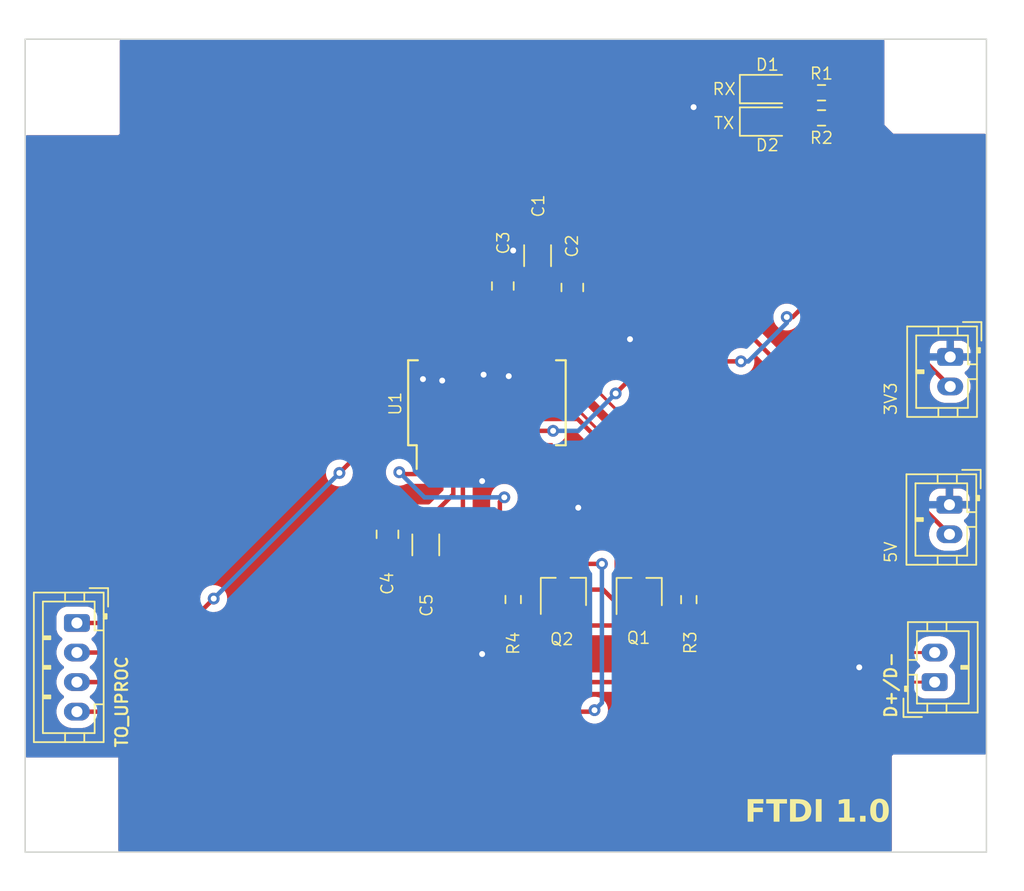
<source format=kicad_pcb>
(kicad_pcb (version 20240108) (generator "pcbnew") (generator_version "8.0")
  (layers (0 "F.Cu" signal) (31 "B.Cu" signal) (34 "B.Paste" user) (35 "F.Paste" user) (36 "B.SilkS" user "B.Silkscreen") (37 "F.SilkS" user "F.Silkscreen") (38 "B.Mask" user) (39 "F.Mask" user) (44 "Edge.Cuts" user))
  (net 0 "")
  (net 1 "GND")
  (net 2 "3V3")
  (net 3 "5V")
  (net 4 "Net-(U1-3V3OUT)")
  (net 8 "Net-(D1-A)")
  (net 11 "Net-(D2-A)")
  (net 15 "Net-(Q1-B)")
  (net 16 "Net-(Q2-B)")
  (net 19 "USBD+")
  (net 20 "USBD-")
  (net 21 "RX")
  (net 22 "TX")
  (net 23 "ENABLE")
  (net 24 "BOOT")
  (net 25 "CBUS1")
  (net 26 "CBUS0")
  (net 27 "DTR")
  (net 28 "RTS")
  (footprint "Package_TO_SOT_SMD:TSOT-23" (layer "F.Cu") (at 122.2767 100.8925 90)
    (property "Reference" "Q2" (at -3.202102 -0.089616 0) (layer "F.SilkS") (effects (font (size 0.8 0.8) (thickness 0.1))))
    (property "Value" "2N3055")
    (fp_line (start 0.93 -1.51) (end -1.5 -1.51) (stroke (width 0.12)) (layer "F.SilkS"))
    (fp_line (start 0.95 -1.5) (end 0.95 -0.5) (stroke (width 0.12)) (layer "F.SilkS"))
    (fp_line (start 0.95 0.5) (end 0.95 1.55) (stroke (width 0.12)) (layer "F.SilkS"))
    (fp_line (start 0.95 1.55) (end -0.9 1.55) (stroke (width 0.12)) (layer "F.SilkS"))
    (pad "1" smd rect (at -1.31 -0.95 90) (size 1.22 0.65) (layers "F.Cu" "F.Paste" "F.Mask") (net 16 "Net-(Q2-B)"))
    (pad "2" smd rect (at -1.31 0.95 90) (size 1.22 0.65) (layers "F.Cu" "F.Paste" "F.Mask") (net 27 "DTR"))
    (pad "3" smd rect (at 1.31 0 90) (size 1.22 0.65) (layers "F.Cu" "F.Paste" "F.Mask") (net 24 "BOOT"))
  )
  (footprint "MountingHole:MountingHole_3.2mm_M3" (layer "F.Cu") (at 88.4 66 90)
    (property "Reference" "H1" (hide yes))
    (property "Value" "MountingHole")
    (pad "" np_thru_hole circle (at 0 0 90) (size 3.2 3.2) (drill 3.2) (layers "*.Cu" "*.Mask"))
  )
  (footprint "Capacitor_SMD:C_0805_2012Metric_Pad1.18x1.45mm_HandSolder" (layer "F.Cu") (at 110.4 97 -90)
    (property "Reference" "C4" (at 3.322102 0.014578 90) (layer "F.SilkS") (effects (font (size 0.8 0.8) (thickness 0.1))))
    (property "Value" "0.1U")
    (fp_line (start -0.261252 0.735) (end 0.261252 0.735) (stroke (width 0.12)) (layer "F.SilkS"))
    (fp_line (start -0.261252 -0.735) (end 0.261252 -0.735) (stroke (width 0.12)) (layer "F.SilkS"))
    (pad "1" smd roundrect (at -1.0375 0 270) (size 1.175 1.45) (layers "F.Cu" "F.Paste" "F.Mask") (roundrect_rratio 0.2127659574) (net 2 "3V3"))
    (pad "2" smd roundrect (at 1.0375 0 270) (size 1.175 1.45) (layers "F.Cu" "F.Paste" "F.Mask") (roundrect_rratio 0.2127659574) (net 1 "GND"))
  )
  (footprint "MountingHole:MountingHole_3.2mm_M3" (layer "F.Cu") (at 88.4 116 90)
    (property "Reference" "H3" (hide yes))
    (property "Value" "MountingHole")
    (pad "" np_thru_hole circle (at 0 0 90) (size 3.2 3.2) (drill 3.2) (layers "*.Cu" "*.Mask"))
  )
  (footprint "MountingHole:MountingHole_3.2mm_M3" (layer "F.Cu") (at 148.4 66 90)
    (property "Reference" "H2" (hide yes))
    (property "Value" "MountingHole")
    (pad "" np_thru_hole circle (at 0 0 90) (size 3.2 3.2) (drill 3.2) (layers "*.Cu" "*.Mask"))
  )
  (footprint "LED_SMD:LED_0805_2012Metric_Pad1.15x1.40mm_HandSolder" (layer "F.Cu") (at 136.0862 69.0775)
    (property "Reference" "D2" (at 0 1.6 0) (layer "F.SilkS") (effects (font (size 0.8 0.8) (thickness 0.1))))
    (property "Value" "YELLOW")
    (fp_line (start -1.86 -0.96) (end -1.86 0.96) (stroke (width 0.12)) (layer "F.SilkS"))
    (fp_line (start -1.86 0.96) (end 1 0.96) (stroke (width 0.12)) (layer "F.SilkS"))
    (fp_line (start 1 -0.96) (end -1.86 -0.96) (stroke (width 0.12)) (layer "F.SilkS"))
    (pad "1" smd roundrect (at -1.025 0) (size 1.15 1.4) (layers "F.Cu" "F.Paste" "F.Mask") (roundrect_rratio 0.2173913043) (net 25 "CBUS1"))
    (pad "2" smd roundrect (at 1.025 0) (size 1.15 1.4) (layers "F.Cu" "F.Paste" "F.Mask") (roundrect_rratio 0.2173913043) (net 11 "Net-(D2-A)"))
  )
  (footprint "Resistor_SMD:R_0603_1608Metric_Pad0.98x0.95mm_HandSolder" (layer "F.Cu") (at 118.9 101.4125 90)
    (property "Reference" "R4" (at -2.962102 0.01 90) (layer "F.SilkS") (effects (font (size 0.8 0.8) (thickness 0.1))))
    (property "Value" "10K")
    (fp_line (start -0.254724 -0.5225) (end 0.254724 -0.5225) (stroke (width 0.12)) (layer "F.SilkS"))
    (fp_line (start -0.254724 0.5225) (end 0.254724 0.5225) (stroke (width 0.12)) (layer "F.SilkS"))
    (pad "1" smd roundrect (at -0.9125 0 90) (size 0.975 0.95) (layers "F.Cu" "F.Paste" "F.Mask") (net 27 "DTR"))
    (pad "2" smd roundrect (at 0.9125 0 90) (size 0.975 0.95) (layers "F.Cu" "F.Paste" "F.Mask") (net 15 "Net-(Q1-B)"))
  )
  (footprint "Capacitor_SMD:C_1206_3216Metric_Pad1.33x1.80mm_HandSolder" (layer "F.Cu") (at 112.9896 97.7154 -90)
    (property "Reference" "C5" (at 4.089336 -0.05 90) (layer "F.SilkS") (effects (font (size 0.8 0.8) (thickness 0.1))))
    (property "Value" "10U")
    (fp_line (start -0.711252 0.91) (end 0.711252 0.91) (stroke (width 0.12)) (layer "F.SilkS"))
    (fp_line (start -0.711252 -0.91) (end 0.711252 -0.91) (stroke (width 0.12)) (layer "F.SilkS"))
    (pad "1" smd roundrect (at -1.5625 0 270) (size 1.325 1.8) (layers "F.Cu" "F.Paste" "F.Mask") (roundrect_rratio 0.1886792453) (net 2 "3V3"))
    (pad "2" smd roundrect (at 1.5625 0 270) (size 1.325 1.8) (layers "F.Cu" "F.Paste" "F.Mask") (roundrect_rratio 0.1886792453) (net 1 "GND"))
  )
  (footprint "Resistor_SMD:R_0603_1608Metric_Pad0.98x0.95mm_HandSolder" (layer "F.Cu") (at 139.7487 68.8275 180)
    (property "Reference" "R2" (at 0 -1.35 0) (layer "F.SilkS") (effects (font (size 0.8 0.8) (thickness 0.1))))
    (property "Value" "430R")
    (fp_line (start -0.254724 0.5225) (end 0.254724 0.5225) (stroke (width 0.12)) (layer "F.SilkS"))
    (fp_line (start -0.254724 -0.5225) (end 0.254724 -0.5225) (stroke (width 0.12)) (layer "F.SilkS"))
    (pad "1" smd roundrect (at -0.9125 0 180) (size 0.975 0.95) (layers "F.Cu" "F.Paste" "F.Mask") (net 2 "3V3"))
    (pad "2" smd roundrect (at 0.9125 0 180) (size 0.975 0.95) (layers "F.Cu" "F.Paste" "F.Mask") (net 11 "Net-(D2-A)"))
  )
  (footprint "Resistor_SMD:R_0603_1608Metric_Pad0.98x0.95mm_HandSolder" (layer "F.Cu") (at 130.7767 101.42 -90)
    (property "Reference" "R3" (at 2.912102 -0.1 90) (layer "F.SilkS") (effects (font (size 0.8 0.8) (thickness 0.1))))
    (property "Value" "10K")
    (fp_line (start -0.254724 0.5225) (end 0.254724 0.5225) (stroke (width 0.12)) (layer "F.SilkS"))
    (fp_line (start -0.254724 -0.5225) (end 0.254724 -0.5225) (stroke (width 0.12)) (layer "F.SilkS"))
    (pad "1" smd roundrect (at -0.9125 0 270) (size 0.975 0.95) (layers "F.Cu" "F.Paste" "F.Mask") (net 28 "RTS"))
    (pad "2" smd roundrect (at 0.9125 0 270) (size 0.975 0.95) (layers "F.Cu" "F.Paste" "F.Mask") (net 16 "Net-(Q2-B)"))
  )
  (footprint "Connector_JST:JST_PH_B2B-PH-K_1x02_P2.00mm_Vertical" (layer "F.Cu") (at 147.4 107 90)
    (property "Reference" "J2" (hide yes))
    (property "Value" "Conn_01x02_Pin")
    (fp_line (start -1.11 -2.11) (end -2.36 -2.11) (stroke (width 0.12)) (layer "F.SilkS"))
    (fp_line (start -2.36 -2.11) (end -2.36 -0.86) (stroke (width 0.12)) (layer "F.SilkS"))
    (fp_line (start -0.3 -2.01) (end -0.6 -2.01) (stroke (width 0.12)) (layer "F.SilkS"))
    (fp_line (start -0.6 -2.01) (end -0.6 -1.81) (stroke (width 0.12)) (layer "F.SilkS"))
    (fp_line (start -0.3 -1.91) (end -0.6 -1.91) (stroke (width 0.12)) (layer "F.SilkS"))
    (fp_line (start 4.06 -1.81) (end -2.06 -1.81) (stroke (width 0.12)) (layer "F.SilkS"))
    (fp_line (start 0.5 -1.81) (end 0.5 -1.2) (stroke (width 0.12)) (layer "F.SilkS"))
    (fp_line (start -0.3 -1.81) (end -0.3 -2.01) (stroke (width 0.12)) (layer "F.SilkS"))
    (fp_line (start -2.06 -1.81) (end -2.06 2.91) (stroke (width 0.12)) (layer "F.SilkS"))
    (fp_line (start 3.45 -1.2) (end 1.5 -1.2) (stroke (width 0.12)) (layer "F.SilkS"))
    (fp_line (start 1.5 -1.2) (end 1.5 -1.81) (stroke (width 0.12)) (layer "F.SilkS"))
    (fp_line (start 0.5 -1.2) (end -1.45 -1.2) (stroke (width 0.12)) (layer "F.SilkS"))
    (fp_line (start -1.45 -1.2) (end -1.45 2.3) (stroke (width 0.12)) (layer "F.SilkS"))
    (fp_line (start 4.06 -0.5) (end 3.45 -0.5) (stroke (width 0.12)) (layer "F.SilkS"))
    (fp_line (start -2.06 -0.5) (end -1.45 -0.5) (stroke (width 0.12)) (layer "F.SilkS"))
    (fp_line (start 4.06 0.8) (end 3.45 0.8) (stroke (width 0.12)) (layer "F.SilkS"))
    (fp_line (start -2.06 0.8) (end -1.45 0.8) (stroke (width 0.12)) (layer "F.SilkS"))
    (fp_line (start 1.1 1.8) (end 1.1 2.3) (stroke (width 0.12)) (layer "F.SilkS"))
    (fp_line (start 0.9 1.8) (end 1.1 1.8) (stroke (width 0.12)) (layer "F.SilkS"))
    (fp_line (start 3.45 2.3) (end 3.45 -1.2) (stroke (width 0.12)) (layer "F.SilkS"))
    (fp_line (start 1 2.3) (end 1 1.8) (stroke (width 0.12)) (layer "F.SilkS"))
    (fp_line (start 0.9 2.3) (end 0.9 1.8) (stroke (width 0.12)) (layer "F.SilkS"))
    (fp_line (start -1.45 2.3) (end 3.45 2.3) (stroke (width 0.12)) (layer "F.SilkS"))
    (fp_line (start 4.06 2.91) (end 4.06 -1.81) (stroke (width 0.12)) (layer "F.SilkS"))
    (fp_line (start -2.06 2.91) (end 4.06 2.91) (stroke (width 0.12)) (layer "F.SilkS"))
    (pad "1" thru_hole roundrect (at 0 0 90) (size 1.2 1.75) (drill 0.75) (layers "*.Cu" "*.Mask") (roundrect_rratio 0.208333) (net 20 "USBD-"))
    (pad "2" thru_hole oval (at 2 0 90) (size 1.2 1.75) (drill 0.75) (layers "*.Cu" "*.Mask") (net 19 "USBD+"))
  )
  (footprint "Connector_JST:JST_PH_B2B-PH-K_1x02_P2.00mm_Vertical" (layer "F.Cu") (at 148.45 85 -90)
    (property "Reference" "J3" (hide yes))
    (property "Value" "Conn_01x02_Pin")
    (fp_line (start -2.06 2.91) (end 4.06 2.91) (stroke (width 0.12)) (layer "F.SilkS"))
    (fp_line (start 4.06 2.91) (end 4.06 -1.81) (stroke (width 0.12)) (layer "F.SilkS"))
    (fp_line (start -1.45 2.3) (end 3.45 2.3) (stroke (width 0.12)) (layer "F.SilkS"))
    (fp_line (start 0.9 2.3) (end 0.9 1.8) (stroke (width 0.12)) (layer "F.SilkS"))
    (fp_line (start 1 2.3) (end 1 1.8) (stroke (width 0.12)) (layer "F.SilkS"))
    (fp_line (start 3.45 2.3) (end 3.45 -1.2) (stroke (width 0.12)) (layer "F.SilkS"))
    (fp_line (start 0.9 1.8) (end 1.1 1.8) (stroke (width 0.12)) (layer "F.SilkS"))
    (fp_line (start 1.1 1.8) (end 1.1 2.3) (stroke (width 0.12)) (layer "F.SilkS"))
    (fp_line (start -2.06 0.8) (end -1.45 0.8) (stroke (width 0.12)) (layer "F.SilkS"))
    (fp_line (start 4.06 0.8) (end 3.45 0.8) (stroke (width 0.12)) (layer "F.SilkS"))
    (fp_line (start -2.06 -0.5) (end -1.45 -0.5) (stroke (width 0.12)) (layer "F.SilkS"))
    (fp_line (start 4.06 -0.5) (end 3.45 -0.5) (stroke (width 0.12)) (layer "F.SilkS"))
    (fp_line (start -1.45 -1.2) (end -1.45 2.3) (stroke (width 0.12)) (layer "F.SilkS"))
    (fp_line (start 0.5 -1.2) (end -1.45 -1.2) (stroke (width 0.12)) (layer "F.SilkS"))
    (fp_line (start 1.5 -1.2) (end 1.5 -1.81) (stroke (width 0.12)) (layer "F.SilkS"))
    (fp_line (start 3.45 -1.2) (end 1.5 -1.2) (stroke (width 0.12)) (layer "F.SilkS"))
    (fp_line (start -2.06 -1.81) (end -2.06 2.91) (stroke (width 0.12)) (layer "F.SilkS"))
    (fp_line (start -0.3 -1.81) (end -0.3 -2.01) (stroke (width 0.12)) (layer "F.SilkS"))
    (fp_line (start 0.5 -1.81) (end 0.5 -1.2) (stroke (width 0.12)) (layer "F.SilkS"))
    (fp_line (start 4.06 -1.81) (end -2.06 -1.81) (stroke (width 0.12)) (layer "F.SilkS"))
    (fp_line (start -0.3 -1.91) (end -0.6 -1.91) (stroke (width 0.12)) (layer "F.SilkS"))
    (fp_line (start -0.6 -2.01) (end -0.6 -1.81) (stroke (width 0.12)) (layer "F.SilkS"))
    (fp_line (start -0.3 -2.01) (end -0.6 -2.01) (stroke (width 0.12)) (layer "F.SilkS"))
    (fp_line (start -2.36 -2.11) (end -2.36 -0.86) (stroke (width 0.12)) (layer "F.SilkS"))
    (fp_line (start -1.11 -2.11) (end -2.36 -2.11) (stroke (width 0.12)) (layer "F.SilkS"))
    (pad "1" thru_hole roundrect (at 0 0 270) (size 1.2 1.75) (drill 0.75) (layers "*.Cu" "*.Mask") (roundrect_rratio 0.208333) (net 1 "GND"))
    (pad "2" thru_hole oval (at 2 0 270) (size 1.2 1.75) (drill 0.75) (layers "*.Cu" "*.Mask") (net 2 "3V3"))
  )
  (footprint "Resistor_SMD:R_0603_1608Metric_Pad0.98x0.95mm_HandSolder" (layer "F.Cu") (at 139.7487 67.1275 180)
    (property "Reference" "R1" (at 0 1.3 0) (layer "F.SilkS") (effects (font (size 0.8 0.8) (thickness 0.1))))
    (property "Value" "100R")
    (fp_line (start -0.254724 0.5225) (end 0.254724 0.5225) (stroke (width 0.12)) (layer "F.SilkS"))
    (fp_line (start -0.254724 -0.5225) (end 0.254724 -0.5225) (stroke (width 0.12)) (layer "F.SilkS"))
    (pad "1" smd roundrect (at -0.9125 0 180) (size 0.975 0.95) (layers "F.Cu" "F.Paste" "F.Mask") (net 2 "3V3"))
    (pad "2" smd roundrect (at 0.9125 0 180) (size 0.975 0.95) (layers "F.Cu" "F.Paste" "F.Mask") (net 8 "Net-(D1-A)"))
  )
  (footprint "Capacitor_SMD:C_0805_2012Metric_Pad1.18x1.45mm_HandSolder" (layer "F.Cu") (at 122.9 80.3 90)
    (property "Reference" "C2" (at 2.8 -0.025 90) (layer "F.SilkS") (effects (font (size 0.8 0.8) (thickness 0.1))))
    (property "Value" "0.1U")
    (fp_line (start -0.261252 -0.735) (end 0.261252 -0.735) (stroke (width 0.12)) (layer "F.SilkS"))
    (fp_line (start -0.261252 0.735) (end 0.261252 0.735) (stroke (width 0.12)) (layer "F.SilkS"))
    (pad "1" smd roundrect (at -1.0375 0 90) (size 1.175 1.45) (layers "F.Cu" "F.Paste" "F.Mask") (roundrect_rratio 0.2127659574) (net 4 "Net-(U1-3V3OUT)"))
    (pad "2" smd roundrect (at 1.0375 0 90) (size 1.175 1.45) (layers "F.Cu" "F.Paste" "F.Mask") (roundrect_rratio 0.2127659574) (net 1 "GND"))
  )
  (footprint "Capacitor_SMD:C_1206_3216Metric_Pad1.33x1.80mm_HandSolder" (layer "F.Cu") (at 120.55 78.15 90)
    (property "Reference" "C1" (at 3.3625 0.0475 90) (layer "F.SilkS") (effects (font (size 0.8 0.8) (thickness 0.1))))
    (property "Value" "10U")
    (fp_line (start -0.711252 -0.91) (end 0.711252 -0.91) (stroke (width 0.12)) (layer "F.SilkS"))
    (fp_line (start -0.711252 0.91) (end 0.711252 0.91) (stroke (width 0.12)) (layer "F.SilkS"))
    (pad "1" smd roundrect (at -1.5625 0 90) (size 1.325 1.8) (layers "F.Cu" "F.Paste" "F.Mask") (roundrect_rratio 0.1886792453) (net 3 "5V"))
    (pad "2" smd roundrect (at 1.5625 0 90) (size 1.325 1.8) (layers "F.Cu" "F.Paste" "F.Mask") (roundrect_rratio 0.1886792453) (net 1 "GND"))
  )
  (footprint "LED_SMD:LED_0805_2012Metric_Pad1.15x1.40mm_HandSolder" (layer "F.Cu") (at 136.0862 66.8775)
    (property "Reference" "D1" (at 0 -1.65 0) (layer "F.SilkS") (effects (font (size 0.8 0.8) (thickness 0.1))))
    (property "Value" "BLUE")
    (fp_line (start -1.86 -0.96) (end -1.86 0.96) (stroke (width 0.12)) (layer "F.SilkS"))
    (fp_line (start -1.86 0.96) (end 1 0.96) (stroke (width 0.12)) (layer "F.SilkS"))
    (fp_line (start 1 -0.96) (end -1.86 -0.96) (stroke (width 0.12)) (layer "F.SilkS"))
    (pad "1" smd roundrect (at -1.025 0) (size 1.15 1.4) (layers "F.Cu" "F.Paste" "F.Mask") (roundrect_rratio 0.2173913043) (net 26 "CBUS0"))
    (pad "2" smd roundrect (at 1.025 0) (size 1.15 1.4) (layers "F.Cu" "F.Paste" "F.Mask") (roundrect_rratio 0.2173913043) (net 8 "Net-(D1-A)"))
  )
  (footprint "Package_TO_SOT_SMD:TSOT-23" (layer "F.Cu") (at 127.4 100.9 90)
    (property "Reference" "Q1" (at -3.1075 -0.0233 0) (layer "F.SilkS") (effects (font (size 0.8 0.8) (thickness 0.1))))
    (property "Value" "2N3055")
    (fp_line (start 0.93 -1.51) (end -1.5 -1.51) (stroke (width 0.12)) (layer "F.SilkS"))
    (fp_line (start 0.95 -1.5) (end 0.95 -0.5) (stroke (width 0.12)) (layer "F.SilkS"))
    (fp_line (start 0.95 0.5) (end 0.95 1.55) (stroke (width 0.12)) (layer "F.SilkS"))
    (fp_line (start 0.95 1.55) (end -0.9 1.55) (stroke (width 0.12)) (layer "F.SilkS"))
    (pad "1" smd rect (at -1.31 -0.95 90) (size 1.22 0.65) (layers "F.Cu" "F.Paste" "F.Mask") (net 15 "Net-(Q1-B)"))
    (pad "2" smd rect (at -1.31 0.95 90) (size 1.22 0.65) (layers "F.Cu" "F.Paste" "F.Mask") (net 28 "RTS"))
    (pad "3" smd rect (at 1.31 0 90) (size 1.22 0.65) (layers "F.Cu" "F.Paste" "F.Mask") (net 23 "ENABLE"))
  )
  (footprint "Capacitor_SMD:C_0805_2012Metric_Pad1.18x1.45mm_HandSolder" (layer "F.Cu") (at 118.2 80.2 90)
    (property "Reference" "C3" (at 2.9125 0.025 90) (layer "F.SilkS") (effects (font (size 0.8 0.8) (thickness 0.1))))
    (property "Value" "0.1U")
    (fp_line (start -0.261252 -0.735) (end 0.261252 -0.735) (stroke (width 0.12)) (layer "F.SilkS"))
    (fp_line (start -0.261252 0.735) (end 0.261252 0.735) (stroke (width 0.12)) (layer "F.SilkS"))
    (pad "1" smd roundrect (at -1.0375 0 90) (size 1.175 1.45) (layers "F.Cu" "F.Paste" "F.Mask") (roundrect_rratio 0.2127659574) (net 3 "5V"))
    (pad "2" smd roundrect (at 1.0375 0 90) (size 1.175 1.45) (layers "F.Cu" "F.Paste" "F.Mask") (roundrect_rratio 0.2127659574) (net 1 "GND"))
  )
  (footprint "MountingHole:MountingHole_3.2mm_M3" (layer "F.Cu") (at 148.4 116 90)
    (property "Reference" "H4" (hide yes))
    (property "Value" "MountingHole")
    (pad "" np_thru_hole circle (at 0 0 90) (size 3.2 3.2) (drill 3.2) (layers "*.Cu" "*.Mask"))
  )
  (footprint "Connector_JST:JST_PH_B4B-PH-K_1x04_P2.00mm_Vertical" (layer "F.Cu") (at 89.4 103 -90)
    (property "Reference" "J1" (hide yes))
    (property "Value" "Conn_01x04_Pin")
    (fp_line (start -2.06 2.91) (end 8.06 2.91) (stroke (width 0.12)) (layer "F.SilkS"))
    (fp_line (start 8.06 2.91) (end 8.06 -1.81) (stroke (width 0.12)) (layer "F.SilkS"))
    (fp_line (start -1.45 2.3) (end 7.45 2.3) (stroke (width 0.12)) (layer "F.SilkS"))
    (fp_line (start 0.9 2.3) (end 0.9 1.8) (stroke (width 0.12)) (layer "F.SilkS"))
    (fp_line (start 1 2.3) (end 1 1.8) (stroke (width 0.12)) (layer "F.SilkS"))
    (fp_line (start 2.9 2.3) (end 2.9 1.8) (stroke (width 0.12)) (layer "F.SilkS"))
    (fp_line (start 3 2.3) (end 3 1.8) (stroke (width 0.12)) (layer "F.SilkS"))
    (fp_line (start 4.9 2.3) (end 4.9 1.8) (stroke (width 0.12)) (layer "F.SilkS"))
    (fp_line (start 5 2.3) (end 5 1.8) (stroke (width 0.12)) (layer "F.SilkS"))
    (fp_line (start 7.45 2.3) (end 7.45 -1.2) (stroke (width 0.12)) (layer "F.SilkS"))
    (fp_line (start 0.9 1.8) (end 1.1 1.8) (stroke (width 0.12)) (layer "F.SilkS"))
    (fp_line (start 1.1 1.8) (end 1.1 2.3) (stroke (width 0.12)) (layer "F.SilkS"))
    (fp_line (start 2.9 1.8) (end 3.1 1.8) (stroke (width 0.12)) (layer "F.SilkS"))
    (fp_line (start 3.1 1.8) (end 3.1 2.3) (stroke (width 0.12)) (layer "F.SilkS"))
    (fp_line (start 4.9 1.8) (end 5.1 1.8) (stroke (width 0.12)) (layer "F.SilkS"))
    (fp_line (start 5.1 1.8) (end 5.1 2.3) (stroke (width 0.12)) (layer "F.SilkS"))
    (fp_line (start -2.06 0.8) (end -1.45 0.8) (stroke (width 0.12)) (layer "F.SilkS"))
    (fp_line (start 8.06 0.8) (end 7.45 0.8) (stroke (width 0.12)) (layer "F.SilkS"))
    (fp_line (start -2.06 -0.5) (end -1.45 -0.5) (stroke (width 0.12)) (layer "F.SilkS"))
    (fp_line (start 8.06 -0.5) (end 7.45 -0.5) (stroke (width 0.12)) (layer "F.SilkS"))
    (fp_line (start -1.45 -1.2) (end -1.45 2.3) (stroke (width 0.12)) (layer "F.SilkS"))
    (fp_line (start 0.5 -1.2) (end -1.45 -1.2) (stroke (width 0.12)) (layer "F.SilkS"))
    (fp_line (start 5.5 -1.2) (end 5.5 -1.81) (stroke (width 0.12)) (layer "F.SilkS"))
    (fp_line (start 7.45 -1.2) (end 5.5 -1.2) (stroke (width 0.12)) (layer "F.SilkS"))
    (fp_line (start -2.06 -1.81) (end -2.06 2.91) (stroke (width 0.12)) (layer "F.SilkS"))
    (fp_line (start -0.3 -1.81) (end -0.3 -2.01) (stroke (width 0.12)) (layer "F.SilkS"))
    (fp_line (start 0.5 -1.81) (end 0.5 -1.2) (stroke (width 0.12)) (layer "F.SilkS"))
    (fp_line (start 8.06 -1.81) (end -2.06 -1.81) (stroke (width 0.12)) (layer "F.SilkS"))
    (fp_line (start -0.3 -1.91) (end -0.6 -1.91) (stroke (width 0.12)) (layer "F.SilkS"))
    (fp_line (start -0.6 -2.01) (end -0.6 -1.81) (stroke (width 0.12)) (layer "F.SilkS"))
    (fp_line (start -0.3 -2.01) (end -0.6 -2.01) (stroke (width 0.12)) (layer "F.SilkS"))
    (fp_line (start -2.36 -2.11) (end -2.36 -0.86) (stroke (width 0.12)) (layer "F.SilkS"))
    (fp_line (start -1.11 -2.11) (end -2.36 -2.11) (stroke (width 0.12)) (layer "F.SilkS"))
    (pad "1" thru_hole roundrect (at 0 0 270) (size 1.2 1.75) (drill 0.75) (layers "*.Cu" "*.Mask") (roundrect_rratio 0.208333) (net 21 "RX"))
    (pad "2" thru_hole oval (at 2 0 270) (size 1.2 1.75) (drill 0.75) (layers "*.Cu" "*.Mask") (net 22 "TX"))
    (pad "3" thru_hole oval (at 4 0 270) (size 1.2 1.75) (drill 0.75) (layers "*.Cu" "*.Mask") (net 23 "ENABLE"))
    (pad "4" thru_hole oval (at 6 0 270) (size 1.2 1.75) (drill 0.75) (layers "*.Cu" "*.Mask") (net 24 "BOOT"))
  )
  (footprint "Connector_JST:JST_PH_B2B-PH-K_1x02_P2.00mm_Vertical" (layer "F.Cu") (at 148.4 95 -90)
    (property "Reference" "J4" (hide yes))
    (property "Value" "Conn_01x02_Pin")
    (fp_line (start -2.06 2.91) (end 4.06 2.91) (stroke (width 0.12)) (layer "F.SilkS"))
    (fp_line (start 4.06 2.91) (end 4.06 -1.81) (stroke (width 0.12)) (layer "F.SilkS"))
    (fp_line (start -1.45 2.3) (end 3.45 2.3) (stroke (width 0.12)) (layer "F.SilkS"))
    (fp_line (start 0.9 2.3) (end 0.9 1.8) (stroke (width 0.12)) (layer "F.SilkS"))
    (fp_line (start 1 2.3) (end 1 1.8) (stroke (width 0.12)) (layer "F.SilkS"))
    (fp_line (start 3.45 2.3) (end 3.45 -1.2) (stroke (width 0.12)) (layer "F.SilkS"))
    (fp_line (start 0.9 1.8) (end 1.1 1.8) (stroke (width 0.12)) (layer "F.SilkS"))
    (fp_line (start 1.1 1.8) (end 1.1 2.3) (stroke (width 0.12)) (layer "F.SilkS"))
    (fp_line (start -2.06 0.8) (end -1.45 0.8) (stroke (width 0.12)) (layer "F.SilkS"))
    (fp_line (start 4.06 0.8) (end 3.45 0.8) (stroke (width 0.12)) (layer "F.SilkS"))
    (fp_line (start -2.06 -0.5) (end -1.45 -0.5) (stroke (width 0.12)) (layer "F.SilkS"))
    (fp_line (start 4.06 -0.5) (end 3.45 -0.5) (stroke (width 0.12)) (layer "F.SilkS"))
    (fp_line (start -1.45 -1.2) (end -1.45 2.3) (stroke (width 0.12)) (layer "F.SilkS"))
    (fp_line (start 0.5 -1.2) (end -1.45 -1.2) (stroke (width 0.12)) (layer "F.SilkS"))
    (fp_line (start 1.5 -1.2) (end 1.5 -1.81) (stroke (width 0.12)) (layer "F.SilkS"))
    (fp_line (start 3.45 -1.2) (end 1.5 -1.2) (stroke (width 0.12)) (layer "F.SilkS"))
    (fp_line (start -2.06 -1.81) (end -2.06 2.91) (stroke (width 0.12)) (layer "F.SilkS"))
    (fp_line (start -0.3 -1.81) (end -0.3 -2.01) (stroke (width 0.12)) (layer "F.SilkS"))
    (fp_line (start 0.5 -1.81) (end 0.5 -1.2) (stroke (width 0.12)) (layer "F.SilkS"))
    (fp_line (start 4.06 -1.81) (end -2.06 -1.81) (stroke (width 0.12)) (layer "F.SilkS"))
    (fp_line (start -0.3 -1.91) (end -0.6 -1.91) (stroke (width 0.12)) (layer "F.SilkS"))
    (fp_line (start -0.6 -2.01) (end -0.6 -1.81) (stroke (width 0.12)) (layer "F.SilkS"))
    (fp_line (start -0.3 -2.01) (end -0.6 -2.01) (stroke (width 0.12)) (layer "F.SilkS"))
    (fp_line (start -2.36 -2.11) (end -2.36 -0.86) (stroke (width 0.12)) (layer "F.SilkS"))
    (fp_line (start -1.11 -2.11) (end -2.36 -2.11) (stroke (width 0.12)) (layer "F.SilkS"))
    (pad "1" thru_hole roundrect (at 0 0 270) (size 1.2 1.75) (drill 0.75) (layers "*.Cu" "*.Mask") (roundrect_rratio 0.208333) (net 1 "GND"))
    (pad "2" thru_hole oval (at 2 0 270) (size 1.2 1.75) (drill 0.75) (layers "*.Cu" "*.Mask") (net 3 "5V"))
  )
  (footprint "Package_SO:SSOP-28_5.3x10.2mm_P0.65mm" (layer "F.Cu") (at 117.125 88.1 90)
    (property "Reference" "U1" (at -0.0625 -6.2 90) (layer "F.SilkS") (effects (font (size 0.8 0.8) (thickness 0.1))))
    (property "Value" "FT232RL")
    (fp_line (start 2.875 -5.325) (end 2.875 -4.675) (stroke (width 0.15)) (layer "F.SilkS"))
    (fp_line (start -2.875 -5.325) (end 2.875 -5.325) (stroke (width 0.15)) (layer "F.SilkS"))
    (fp_line (start -2.875 -5.325) (end -2.875 -4.75) (stroke (width 0.15)) (layer "F.SilkS"))
    (fp_line (start -2.875 -4.75) (end -4.475 -4.75) (stroke (width 0.15)) (layer "F.SilkS"))
    (fp_line (start 2.875 5.325) (end 2.875 4.675) (stroke (width 0.15)) (layer "F.SilkS"))
    (fp_line (start -2.875 5.325) (end -2.875 4.675) (stroke (width 0.15)) (layer "F.SilkS"))
    (fp_line (start -2.875 5.325) (end 2.875 5.325) (stroke (width 0.15)) (layer "F.SilkS"))
    (pad "1" smd rect (at -3.6 -4.225 90) (size 1.75 0.45) (layers "F.Cu" "F.Paste" "F.Mask") (net 21 "RX"))
    (pad "2" smd rect (at -3.6 -3.575 90) (size 1.75 0.45) (layers "F.Cu" "F.Paste" "F.Mask") (net 27 "DTR"))
    (pad "3" smd rect (at -3.6 -2.925 90) (size 1.75 0.45) (layers "F.Cu" "F.Paste" "F.Mask") (net 28 "RTS"))
    (pad "4" smd rect (at -3.6 -2.275 90) (size 1.75 0.45) (layers "F.Cu" "F.Paste" "F.Mask") (net 2 "3V3"))
    (pad "5" smd rect (at -3.6 -1.625 90) (size 1.75 0.45) (layers "F.Cu" "F.Paste" "F.Mask") (net 22 "TX"))
    (pad "6" smd rect (at -3.6 -0.975 90) (size 1.75 0.45) (layers "F.Cu" "F.Paste" "F.Mask"))
    (pad "7" smd rect (at -3.6 -0.325 90) (size 1.75 0.45) (layers "F.Cu" "F.Paste" "F.Mask") (net 1 "GND"))
    (pad "8" smd rect (at -3.6 0.325 90) (size 1.75 0.45) (layers "F.Cu" "F.Paste" "F.Mask"))
    (pad "9" smd rect (at -3.6 0.975 90) (size 1.75 0.45) (layers "F.Cu" "F.Paste" "F.Mask"))
    (pad "10" smd rect (at -3.6 1.625 90) (size 1.75 0.45) (layers "F.Cu" "F.Paste" "F.Mask"))
    (pad "11" smd rect (at -3.6 2.275 90) (size 1.75 0.45) (layers "F.Cu" "F.Paste" "F.Mask"))
    (pad "12" smd rect (at -3.6 2.925 90) (size 1.75 0.45) (layers "F.Cu" "F.Paste" "F.Mask"))
    (pad "13" smd rect (at -3.6 3.575 90) (size 1.75 0.45) (layers "F.Cu" "F.Paste" "F.Mask"))
    (pad "14" smd rect (at -3.6 4.225 90) (size 1.75 0.45) (layers "F.Cu" "F.Paste" "F.Mask"))
    (pad "15" smd rect (at 3.6 4.225 90) (size 1.75 0.45) (layers "F.Cu" "F.Paste" "F.Mask") (net 19 "USBD+"))
    (pad "16" smd rect (at 3.6 3.575 90) (size 1.75 0.45) (layers "F.Cu" "F.Paste" "F.Mask") (net 20 "USBD-"))
    (pad "17" smd rect (at 3.6 2.925 90) (size 1.75 0.45) (layers "F.Cu" "F.Paste" "F.Mask") (net 4 "Net-(U1-3V3OUT)"))
    (pad "18" smd rect (at 3.6 2.275 90) (size 1.75 0.45) (layers "F.Cu" "F.Paste" "F.Mask") (net 1 "GND"))
    (pad "19" smd rect (at 3.6 1.625 90) (size 1.75 0.45) (layers "F.Cu" "F.Paste" "F.Mask"))
    (pad "20" smd rect (at 3.6 0.975 90) (size 1.75 0.45) (layers "F.Cu" "F.Paste" "F.Mask") (net 3 "5V"))
    (pad "21" smd rect (at 3.6 0.325 90) (size 1.75 0.45) (layers "F.Cu" "F.Paste" "F.Mask") (net 1 "GND"))
    (pad "22" smd rect (at 3.6 -0.325 90) (size 1.75 0.45) (layers "F.Cu" "F.Paste" "F.Mask") (net 25 "CBUS1"))
    (pad "23" smd rect (at 3.6 -0.975 90) (size 1.75 0.45) (layers "F.Cu" "F.Paste" "F.Mask") (net 26 "CBUS0"))
    (pad "24" smd rect (at 3.6 -1.625 90) (size 1.75 0.45) (layers "F.Cu" "F.Paste" "F.Mask"))
    (pad "25" smd rect (at 3.6 -2.275 90) (size 1.75 0.45) (layers "F.Cu" "F.Paste" "F.Mask") (net 1 "GND"))
    (pad "26" smd rect (at 3.6 -2.925 90) (size 1.75 0.45) (layers "F.Cu" "F.Paste" "F.Mask") (net 1 "GND"))
    (pad "27" smd rect (at 3.6 -3.575 90) (size 1.75 0.45) (layers "F.Cu" "F.Paste" "F.Mask"))
    (pad "28" smd rect (at 3.6 -4.225 90) (size 1.75 0.45) (layers "F.Cu" "F.Paste" "F.Mask"))
  )
  (gr_line (start 85.9 118.5) (end 150.9 118.5) (stroke (width 0.1)) (layer "Edge.Cuts"))
  (gr_line (start 85.9 63.5) (end 150.9 63.5) (stroke (width 0.1)) (layer "Edge.Cuts"))
  (gr_line (start 85.9 118.5) (end 85.9 63.5) (stroke (width 0.1)) (layer "Edge.Cuts"))
  (gr_line (start 150.9 63.5) (end 150.9 118.5) (stroke (width 0.1)) (layer "Edge.Cuts"))
  (gr_text "5V" (at 144.9 99 90) (layer "F.SilkS") (effects (font (size 0.8 0.8) (thickness 0.1)) (justify left bottom)))
  (gr_text "TX\n" (at 132.41117 69.177529 0) (layer "F.SilkS") (effects (font (size 0.8 0.8) (thickness 0.1)) (justify left)))
  (gr_text "TO_UPROC" (at 92.9 111.5 90) (layer "F.SilkS") (effects (font (size 0.8 0.8)) (justify left bottom)))
  (gr_text "RX\n" (at 132.315932 66.877529 0) (layer "F.SilkS") (effects (font (size 0.8 0.8) (thickness 0.1)) (justify left)))
  (gr_text "3V3" (at 144.9 89 90) (layer "F.SilkS") (effects (font (size 0.8 0.8) (thickness 0.1)) (justify left bottom)))
  (gr_text "D+/D-" (at 144.9 109.5 90) (layer "F.SilkS") (effects (font (size 0.8 0.8)) (justify left bottom)))
  (gr_text "FTDI 1.0" (at 144.4 116.7 0) (layer "F.SilkS") (effects (font (size 1.5 1.5) (thickness 0.2) (bold yes)) (justify right bottom)))
  (segment (start 119.4 85.5) (end 118.6 86.3) (width 0.3) (layer "F.Cu") (net 1))
  (segment (start 117.45 85.65) (end 116.9 86.2) (width 0.3) (layer "F.Cu") (net 1))
  (segment (start 114.2 84.5) (end 114.2 85.675) (width 0.3) (layer "F.Cu") (net 1))
  (segment (start 118.2 79.1625) (end 118.2 78.5) (width 0.3) (layer "F.Cu") (net 1))
  (segment (start 114.85 84.5) (end 114.85 85.85) (width 0.3) (layer "F.Cu") (net 1))
  (segment (start 117.45 84.5) (end 117.45 85.65) (width 0.3) (layer "F.Cu") (net 1))
  (segment (start 113.375 86.5) (end 112.8 86.5) (width 0.3) (layer "F.Cu") (net 1))
  (segment (start 116.8 91.7) (end 116.8 93.4) (width 0.3) (layer "F.Cu") (net 1))
  (segment (start 119.4 84.5) (end 119.4 85.5) (width 0.3) (layer "F.Cu") (net 1))
  (segment (start 118.2 78.5) (end 118.9 77.8) (width 0.3) (layer "F.Cu") (net 1))
  (segment (start 114.85 85.85) (end 114.1 86.6) (width 0.3) (layer "F.Cu") (net 1))
  (segment (start 114.2 85.675) (end 113.375 86.5) (width 0.3) (layer "F.Cu") (net 1))
  (via (at 118.6 86.3) (size 0.8) (drill 0.4) (layers "F.Cu" "B.Cu") (net 1))
  (via (at 126.8 83.8) (size 0.8) (drill 0.4) (layers "F.Cu" "B.Cu") (net 1))
  (via (at 131.1 68.1) (size 0.8) (drill 0.4) (layers "F.Cu" "B.Cu") (net 1))
  (via (at 142.3 106) (size 0.8) (drill 0.4) (layers "F.Cu" "B.Cu") (net 1))
  (via (at 116.8 105.1) (size 0.8) (drill 0.4) (layers "F.Cu" "B.Cu") (net 1))
  (via (at 116.9 86.2) (size 0.8) (drill 0.4) (layers "F.Cu" "B.Cu") (net 1))
  (via (at 116.8 93.4) (size 0.8) (drill 0.4) (layers "F.Cu" "B.Cu") (net 1))
  (via (at 114.1 86.6) (size 0.8) (drill 0.4) (layers "F.Cu" "B.Cu") (net 1))
  (via (at 112.8 86.5) (size 0.8) (drill 0.4) (layers "F.Cu" "B.Cu") (net 1))
  (via (at 118.9 77.8) (size 0.8) (drill 0.4) (layers "F.Cu" "B.Cu") (net 1))
  (via (at 123.3 95.2) (size 0.8) (drill 0.4) (layers "F.Cu" "B.Cu") (net 1))
  (segment (start 114.85 91.7) (end 114.85 94.2925) (width 0.3) (layer "F.Cu") (net 2))
  (segment (start 114.85 91.7) (end 114.85 90.525) (width 0.3) (layer "F.Cu") (net 2))
  (segment (start 140.6612 67.1275) (end 140.6612 79.1) (width 0.3) (layer "F.Cu") (net 2))
  (segment (start 140.6612 79.1) (end 140.6612 79.2112) (width 0.3) (layer "F.Cu") (net 2))
  (segment (start 112.9896 96.1529) (end 110.5904 96.1529) (width 0.3) (layer "F.Cu") (net 2))
  (segment (start 110.5904 96.1529) (end 110.4 95.9625) (width 0.3) (layer "F.Cu") (net 2))
  (segment (start 137.8 82.3) (end 137.4 82.3) (width 0.3) (layer "F.Cu") (net 2))
  (segment (start 134.3 85.3) (end 128 85.3) (width 0.3) (layer "F.Cu") (net 2))
  (segment (start 128 85.3) (end 125.830331 87.469669) (width 0.3) (layer "F.Cu") (net 2))
  (segment (start 115.375 90) (end 121.6 90) (width 0.3) (layer "F.Cu") (net 2))
  (segment (start 140.6612 79.1) (end 140.6612 79.4388) (width 0.3) (layer "F.Cu") (net 2))
  (segment (start 114.85 90.525) (end 115.375 90) (width 0.3) (layer "F.Cu") (net 2))
  (segment (start 140.6612 79.4388) (end 137.8 82.3) (width 0.3) (layer "F.Cu") (net 2))
  (segment (start 140.6612 79.2112) (end 148.45 87) (width 0.3) (layer "F.Cu") (net 2))
  (segment (start 114.85 94.2925) (end 112.9896 96.1529) (width 0.3) (layer "F.Cu") (net 2))
  (via (at 121.6 90) (size 0.8) (drill 0.4) (layers "F.Cu" "B.Cu") (net 2))
  (via (at 125.830331 87.469669) (size 0.8) (drill 0.4) (layers "F.Cu" "B.Cu") (net 2))
  (via (at 134.3 85.3) (size 0.8) (drill 0.4) (layers "F.Cu" "B.Cu") (net 2))
  (via (at 137.4 82.3) (size 0.8) (drill 0.4) (layers "F.Cu" "B.Cu") (net 2))
  (segment (start 137.4 82.7) (end 137.4 82.3) (width 0.3) (layer "B.Cu") (net 2))
  (segment (start 121.6 90) (end 123.3 90) (width 0.3) (layer "B.Cu") (net 2))
  (segment (start 134.3 85.3) (end 134.8 85.3) (width 0.3) (layer "B.Cu") (net 2))
  (segment (start 134.8 85.3) (end 137.4 82.7) (width 0.3) (layer "B.Cu") (net 2))
  (segment (start 123.3 90) (end 125.830331 87.469669) (width 0.3) (layer "B.Cu") (net 2))
  (segment (start 119.025 81.2375) (end 120.55 79.7125) (width 0.3) (layer "F.Cu") (net 3))
  (segment (start 131.6 80.2) (end 121.0375 80.2) (width 0.3) (layer "F.Cu") (net 3))
  (segment (start 118.2 81.2375) (end 119.025 81.2375) (width 0.3) (layer "F.Cu") (net 3))
  (segment (start 148.4 97) (end 131.6 80.2) (width 0.3) (layer "F.Cu") (net 3))
  (segment (start 118.2 81.2375) (end 118.1 81.3375) (width 0.3) (layer "F.Cu") (net 3))
  (segment (start 121.0375 80.2) (end 120.55 79.7125) (width 0.3) (layer "F.Cu") (net 3))
  (segment (start 118.1 81.3375) (end 118.1 84.5) (width 0.3) (layer "F.Cu") (net 3))
  (segment (start 120.05 83.325) (end 120.05 84.5) (width 0.3) (layer "F.Cu") (net 4))
  (segment (start 122.9 81.3375) (end 122.0375 81.3375) (width 0.3) (layer "F.Cu") (net 4))
  (segment (start 122.0375 81.3375) (end 120.05 83.325) (width 0.3) (layer "F.Cu") (net 4))
  (segment (start 137.3612 67.1275) (end 137.1112 66.8775) (width 0.3) (layer "F.Cu") (net 8))
  (segment (start 138.8362 67.1275) (end 137.3612 67.1275) (width 0.3) (layer "F.Cu") (net 8))
  (segment (start 137.3612 68.8275) (end 137.1112 69.0775) (width 0.3) (layer "F.Cu") (net 11))
  (segment (start 138.8362 68.8275) (end 137.3612 68.8275) (width 0.3) (layer "F.Cu") (net 11))
  (segment (start 119.1425 100.7425) (end 118.9 100.5) (width 0.3) (layer "F.Cu") (net 15))
  (segment (start 126.45 102.21) (end 124.9825 100.7425) (width 0.3) (layer "F.Cu") (net 15))
  (segment (start 124.9825 100.7425) (end 119.1425 100.7425) (width 0.3) (layer "F.Cu") (net 15))
  (segment (start 129.9392 103.17) (end 130.7767 102.3325) (width 0.3) (layer "F.Cu") (net 16))
  (segment (start 122.2942 103.17) (end 129.9392 103.17) (width 0.3) (layer "F.Cu") (net 16))
  (segment (start 121.3267 102.2025) (end 122.2942 103.17) (width 0.3) (layer "F.Cu") (net 16))
  (segment (start 121.35 84.5) (end 121.8 84.5) (width 0.2) (layer "F.Cu") (net 19))
  (segment (start 142.3 105) (end 147.4 105) (width 0.2) (layer "F.Cu") (net 19))
  (segment (start 121.8 84.5) (end 142.3 105) (width 0.2) (layer "F.Cu") (net 19))
  (segment (start 141.7 107) (end 120.7 86) (width 0.2) (layer "F.Cu") (net 20))
  (segment (start 147.4 107) (end 141.7 107) (width 0.2) (layer "F.Cu") (net 20))
  (segment (start 120.7 86) (end 120.7 84.5) (width 0.2) (layer "F.Cu") (net 20))
  (segment (start 89.4 103) (end 97 103) (width 0.3) (layer "F.Cu") (net 21))
  (segment (start 97 103) (end 98.65 101.35) (width 0.3) (layer "F.Cu") (net 21))
  (segment (start 108.3 91.7) (end 112.9 91.7) (width 0.3) (layer "F.Cu") (net 21))
  (segment (start 107.15 92.85) (end 108.3 91.7) (width 0.3) (layer "F.Cu") (net 21))
  (via (at 98.65 101.35) (size 0.8) (drill 0.4) (layers "F.Cu" "B.Cu") (net 21))
  (via (at 107.15 92.85) (size 0.8) (drill 0.4) (layers "F.Cu" "B.Cu") (net 21))
  (segment (start 107.15 92.85) (end 98.65 101.35) (width 0.3) (layer "B.Cu") (net 21))
  (segment (start 89.4 105) (end 111.6 105) (width 0.3) (layer "F.Cu") (net 22))
  (segment (start 115.5 101.1) (end 115.5 91.7) (width 0.3) (layer "F.Cu") (net 22))
  (segment (start 111.6 105) (end 115.5 101.1) (width 0.3) (layer "F.Cu") (net 22))
  (segment (start 131.184132 99.59) (end 131.6017 100.007568) (width 0.3) (layer "F.Cu") (net 23))
  (segment (start 131.6017 100.007568) (end 131.6017 103.4983) (width 0.3) (layer "F.Cu") (net 23))
  (segment (start 131.6017 103.4983) (end 128.1 107) (width 0.3) (layer "F.Cu") (net 23))
  (segment (start 128.1 107) (end 89.4 107) (width 0.3) (layer "F.Cu") (net 23))
  (segment (start 127.4 99.59) (end 131.184132 99.59) (width 0.3) (layer "F.Cu") (net 23))
  (segment (start 89.4 109) (end 124.3 109) (width 0.3) (layer "F.Cu") (net 24))
  (segment (start 124.3 109) (end 124.4 108.9) (width 0.3) (layer "F.Cu") (net 24))
  (segment (start 122.8592 99) (end 122.2767 99.5825) (width 0.3) (layer "F.Cu") (net 24))
  (segment (start 124.9 99) (end 122.8592 99) (width 0.3) (layer "F.Cu") (net 24))
  (via (at 124.4 108.9) (size 0.8) (drill 0.4) (layers "F.Cu" "B.Cu") (net 24))
  (via (at 124.9 99) (size 0.8) (drill 0.4) (layers "F.Cu" "B.Cu") (net 24))
  (segment (start 124.9 108.4) (end 124.9 99) (width 0.3) (layer "B.Cu") (net 24))
  (segment (start 124.4 108.9) (end 124.9 108.4) (width 0.3) (layer "B.Cu") (net 24))
  (segment (start 126.142044 69.0775) (end 135.0612 69.0775) (width 0.3) (layer "F.Cu") (net 25))
  (segment (start 116.8 84.5) (end 116.8 78.419544) (width 0.3) (layer "F.Cu") (net 25))
  (segment (start 116.8 78.419544) (end 126.142044 69.0775) (width 0.3) (layer "F.Cu") (net 25))
  (segment (start 127.6225 66.8775) (end 116.15 78.35) (width 0.3) (layer "F.Cu") (net 26))
  (segment (start 135.0612 66.8775) (end 127.6225 66.8775) (width 0.3) (layer "F.Cu") (net 26))
  (segment (start 116.15 78.35) (end 116.15 84.5) (width 0.3) (layer "F.Cu") (net 26))
  (segment (start 113.55 91.7) (end 113.55 92.875) (width 0.3) (layer "F.Cu") (net 27))
  (segment (start 118 94.8) (end 118.3 94.5) (width 0.3) (layer "F.Cu") (net 27))
  (segment (start 123.2267 102.2025) (end 122.2667 101.2425) (width 0.3) (layer "F.Cu") (net 27))
  (segment (start 113.55 92.875) (end 113.5 92.925) (width 0.3) (layer "F.Cu") (net 27))
  (segment (start 119.9825 101.2425) (end 118.9 102.325) (width 0.3) (layer "F.Cu") (net 27))
  (segment (start 113.5 92.925) (end 111.325 92.925) (width 0.3) (layer "F.Cu") (net 27))
  (segment (start 118 101.425) (end 118 94.8) (width 0.3) (layer "F.Cu") (net 27))
  (segment (start 122.2667 101.2425) (end 119.9825 101.2425) (width 0.3) (layer "F.Cu") (net 27))
  (segment (start 111.325 92.925) (end 111.2 92.8) (width 0.3) (layer "F.Cu") (net 27))
  (segment (start 118.9 102.325) (end 118 101.425) (width 0.3) (layer "F.Cu") (net 27))
  (via (at 118.3 94.5) (size 0.8) (drill 0.4) (layers "F.Cu" "B.Cu") (net 27))
  (via (at 111.2 92.8) (size 0.8) (drill 0.4) (layers "F.Cu" "B.Cu") (net 27))
  (segment (start 112.9 94.5) (end 111.2 92.8) (width 0.3) (layer "B.Cu") (net 27))
  (segment (start 118.3 94.5) (end 112.9 94.5) (width 0.3) (layer "B.Cu") (net 27))
  (segment (start 130.7767 100.5075) (end 130.0525 100.5075) (width 0.3) (layer "F.Cu") (net 28))
  (segment (start 123.263604 89.2) (end 114.5 89.2) (width 0.3) (layer "F.Cu") (net 28))
  (segment (start 126.725 100.55) (end 125.9 99.725) (width 0.3) (layer "F.Cu") (net 28))
  (segment (start 125.9 99.725) (end 125.9 91.836396) (width 0.3) (layer "F.Cu") (net 28))
  (segment (start 130.7767 100.5075) (end 130.7342 100.55) (width 0.3) (layer "F.Cu") (net 28))
  (segment (start 125.9 91.836396) (end 123.263604 89.2) (width 0.3) (layer "F.Cu") (net 28))
  (segment (start 130.0525 100.5075) (end 128.35 102.21) (width 0.3) (layer "F.Cu") (net 28))
  (segment (start 114.2 89.5) (end 114.2 91.7) (width 0.3) (layer "F.Cu") (net 28))
  (segment (start 130.7342 100.55) (end 126.725 100.55) (width 0.3) (layer "F.Cu") (net 28))
  (segment (start 114.5 89.2) (end 114.2 89.5) (width 0.3) (layer "F.Cu") (net 28))
  (zone (net 1) (net_name "GND") (layers "F&B.Cu") (connect_pads (clearance 0.508)) (min_thickness 0.25) (fill yes (thermal_gap 0.5) (thermal_bridge_width 0.5))
    (polygon (pts (xy 144 69.3) (xy 144.6 69.9) (xy 151.8 69.9) (xy 151.8 111.7) (xy 151.6 111.9) (xy 144.6 111.9) (xy 144.5 112) (xy 144.5 119.6) (xy 92.2 119.6) (xy 92.2 112.1) (xy 84.3 112.1) (xy 84.2 112.2) (xy 84.2 70) (xy 92.2 70) (xy 92.3 69.9) (xy 92.3 63.3) (xy 91.6 62.6) (xy 144 62.6)))
  )
)
</source>
